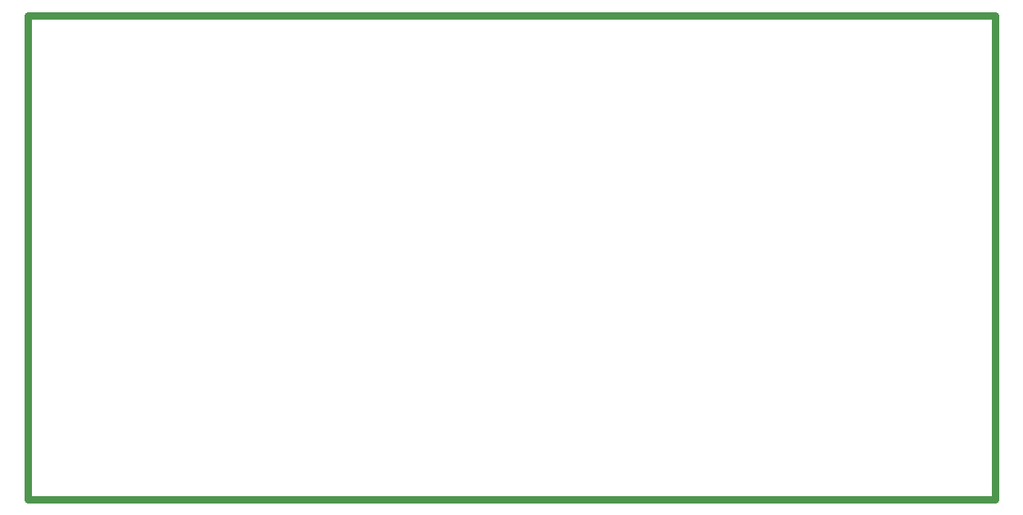
<source format=gm1>
G04*
G04 #@! TF.GenerationSoftware,Altium Limited,Altium Designer,18.0.9 (584)*
G04*
G04 Layer_Color=16711935*
%FSLAX25Y25*%
%MOIN*%
G70*
G01*
G75*
%ADD78C,0.02953*%
D78*
X0Y0D02*
Y196850D01*
X393701D01*
Y0D02*
Y196850D01*
X0Y0D02*
X393701D01*
M02*

</source>
